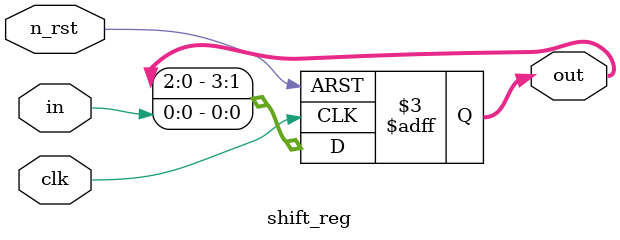
<source format=v>
module shift_reg(
    clk,
    n_rst,
    in,
    out
);

    input clk;
    input n_rst;
    input in;
    output [3:0]out;

    reg [3:0]out;

    always @(posedge clk or negedge n_rst) begin
       if(!n_rst) begin
        out <= 4'b0;
       end

       else begin
        out[0]<=in;
        out[1]<=out[0];
        out[2]<=out[1];
        out[3]<=out[2];
       end
    end
endmodule
</source>
